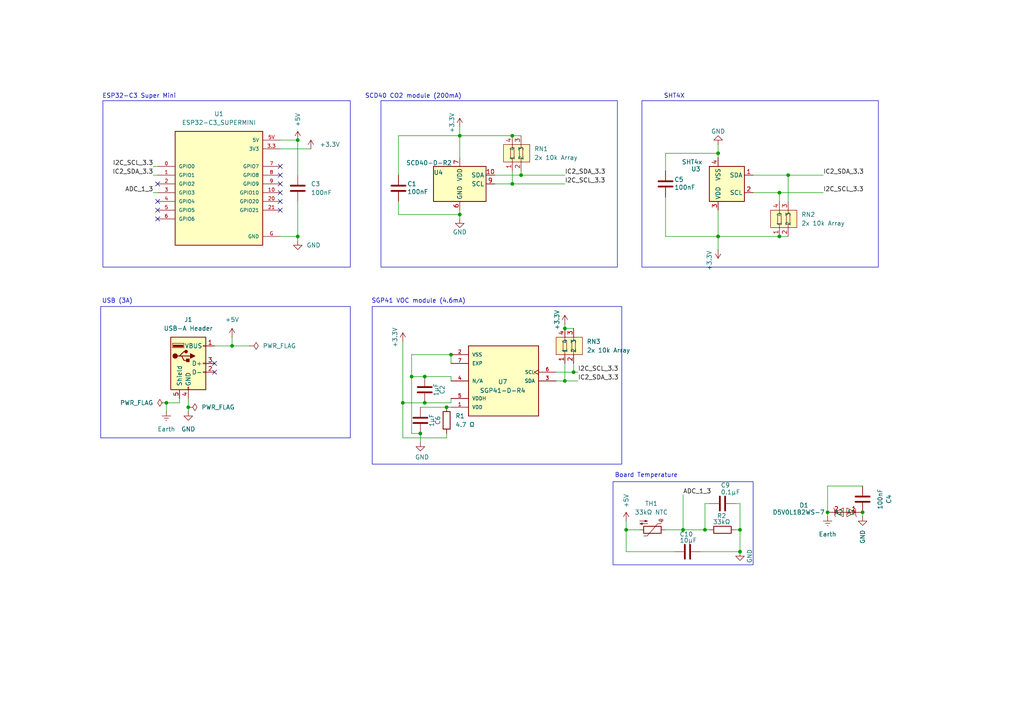
<source format=kicad_sch>
(kicad_sch (version 20250114) (generator "eeschema") (generator_version "9.0")
  (paper "A4")
  (title_block (rev "2"))
  (lib_symbols
    (symbol "CustomSymbols:ESP32-C3_SUPERMINI" (pin_names (offset 1.016))
      (property "Reference" "U" (at -12.7 16.002 0))
      (property "Value" "ESP32-C3_SUPERMINI" (at -12.7 -20.32 0))
      (symbol "ESP32-C3_SUPERMINI_0_0"
        (rectangle (start -12.7 -17.78) (end 12.7 15.24) (stroke (width 0.254)) (fill (type background)))
        (pin bidirectional line (at -17.78 5.08 0) (length 5.08) (name "GPIO0") (number "0"))
        (pin bidirectional line (at -17.78 2.54 0) (length 5.08) (name "GPIO1") (number "1"))
        (pin bidirectional line (at -17.78 0 0) (length 5.08) (name "GPIO2") (number "2"))
        (pin bidirectional line (at -17.78 -2.54 0) (length 5.08) (name "GPIO3") (number "3"))
        (pin bidirectional line (at -17.78 -5.08 0) (length 5.08) (name "GPIO4") (number "4"))
        (pin bidirectional line (at -17.78 -7.62 0) (length 5.08) (name "GPIO5") (number "5"))
        (pin bidirectional line (at -17.78 -10.16 0) (length 5.08) (name "GPIO6") (number "6"))
        (pin power_in line (at 17.78 12.7 180) (length 5.08) (name "5V") (number "5V"))
        (pin bidirectional line (at 17.78 5.08 180) (length 5.08) (name "GPIO7") (number "7"))
        (pin bidirectional line (at 17.78 2.54 180) (length 5.08) (name "GPIO8") (number "8"))
        (pin bidirectional line (at 17.78 0 180) (length 5.08) (name "GPIO9") (number "9"))
        (pin bidirectional line (at 17.78 -2.54 180) (length 5.08) (name "GPIO10") (number "10"))
        (pin bidirectional line (at 17.78 -5.08 180) (length 5.08) (name "GPIO20") (number "20"))
        (pin bidirectional line (at 17.78 -7.62 180) (length 5.08) (name "GPIO21") (number "21"))
        (pin power_in line (at 17.78 -15.24 180) (length 5.08) (name "GND") (number "G"))
      )
      (symbol "ESP32-C3_SUPERMINI_1_0"
        (pin power_out line (at 17.78 10.16 180) (length 5.08) (name "3V3") (number "3.3"))
      )
    )
    (symbol "CustomSymbols:USB_A" (pin_names (offset 1.016))
      (property "Reference" "J" (at -5.08 11.43 0))
      (property "Value" "U217-04XN-XXR84" (at -5.08 8.89 0))
      (symbol "USB_A_0_1"
        (rectangle (start -5.08 7.62) (end 5.08 -7.62) (stroke (width 0.254)) (fill (type background)))
        (circle (center -3.81 2.159) (radius 0.635) (stroke (width 0.254)) (fill (type outline)))
        (polyline (pts (xy -3.175 2.159) (xy -2.54 2.159) (xy -1.27 3.429) (xy -0.635 3.429)) (stroke (width 0.254)))
        (polyline (pts (xy -2.54 2.159) (xy -1.905 2.159) (xy -1.27 0.889) (xy 0 0.889)) (stroke (width 0.254)))
        (rectangle (start -1.524 4.826) (end -4.318 5.334) (fill (type outline)))
        (rectangle (start -1.27 4.572) (end -4.572 5.842))
        (circle (center -0.635 3.429) (radius 0.381) (stroke (width 0.254)) (fill (type outline)))
        (rectangle (start -0.127 -7.62) (end 0.127 -6.858))
        (rectangle (start 0.254 1.27) (end -0.508 0.508) (stroke (width 0.254)) (fill (type outline)))
        (polyline (pts (xy 0.635 2.794) (xy 0.635 1.524) (xy 1.905 2.159) (xy 0.635 2.794)) (stroke (width 0.254)) (fill (type outline)))
        (rectangle (start 5.08 4.953) (end 4.318 5.207))
        (rectangle (start 5.08 -0.127) (end 4.318 0.127))
        (rectangle (start 5.08 -2.667) (end 4.318 -2.413))
      )
      (symbol "USB_A_1_1"
        (polyline (pts (xy -1.905 2.159) (xy 0.635 2.159)) (stroke (width 0.254)))
        (pin passive line (at -2.54 -10.16 90) (length 2.54) (name "Shield") (number "5"))
        (pin passive line (at -2.54 -10.16 90) (length 2.54) (hide yes) (name "Shield") (number "6"))
        (pin power_in line (at 0 -10.16 90) (length 2.54) (name "GND") (number "4"))
        (pin power_in line (at 7.62 5.08 180) (length 2.54) (name "VBUS") (number "1"))
        (pin bidirectional line (at 7.62 0 180) (length 2.54) (name "D+") (number "3"))
        (pin bidirectional line (at 7.62 -2.54 180) (length 2.54) (name "D-") (number "2"))
      )
    )
    (symbol "Device:C" (pin_numbers (hide yes)) (pin_names (offset 0.254))
      (property "Reference" "C" (at 0.635 2.54 0))
      (property "Value" "C" (at 0.635 -2.54 0))
      (symbol "C_0_1"
        (polyline (pts (xy -2.032 0.762) (xy 2.032 0.762)) (stroke (width 0.508)))
        (polyline (pts (xy -2.032 -0.762) (xy 2.032 -0.762)) (stroke (width 0.508)))
      )
      (symbol "C_1_1"
        (pin passive line (at 0 3.81 270) (length 2.794) (name "~") (number "1"))
        (pin passive line (at 0 -3.81 90) (length 2.794) (name "~") (number "2"))
      )
    )
    (symbol "Device:R" (pin_numbers (hide yes)) (pin_names (offset 0))
      (property "Reference" "R" (at 2.032 0 90))
      (property "Value" "R" (at 0 0 90))
      (symbol "R_0_1"
        (rectangle (start -1.016 -2.54) (end 1.016 2.54) (stroke (width 0.254)))
      )
      (symbol "R_1_1"
        (pin passive line (at 0 3.81 270) (length 1.27) (name "~") (number "1"))
        (pin passive line (at 0 -3.81 90) (length 1.27) (name "~") (number "2"))
      )
    )
    (symbol "Device:Thermistor_NTC" (pin_numbers (hide yes)) (pin_names (offset 0))
      (property "Reference" "TH" (at -4.445 0 90))
      (property "Value" "Thermistor_NTC" (at 3.175 0 90))
      (symbol "Thermistor_NTC_0_1"
        (arc (start -3.175 2.413) (mid -3.0506 2.3165) (end -3.048 2.159))
        (arc (start -3.048 2.794) (mid -2.9736 2.9736) (end -2.794 3.048))
        (arc (start -2.794 3.048) (mid -2.6144 2.9736) (end -2.54 2.794))
        (arc (start -2.794 2.54) (mid -2.9736 2.6144) (end -3.048 2.794))
        (arc (start -2.794 1.905) (mid -2.9736 1.9794) (end -3.048 2.159))
        (arc (start -2.54 2.159) (mid -2.6144 1.9794) (end -2.794 1.905))
        (arc (start -2.159 2.794) (mid -2.434 2.5608) (end -2.794 2.54))
        (polyline (pts (xy -2.54 2.159) (xy -2.54 2.794)))
        (polyline (pts (xy -2.54 -3.683) (xy -2.54 -1.397) (xy -2.794 -2.159) (xy -2.286 -2.159) (xy -2.54 -1.397) (xy -2.54 -1.651)) (fill (type outline)))
        (polyline (pts (xy -1.778 2.54) (xy -1.778 1.524) (xy 1.778 -1.524) (xy 1.778 -2.54)))
        (polyline (pts (xy -1.778 -1.397) (xy -1.778 -3.683) (xy -2.032 -2.921) (xy -1.524 -2.921) (xy -1.778 -3.683) (xy -1.778 -3.429)) (fill (type outline)))
        (rectangle (start -1.016 2.54) (end 1.016 -2.54) (stroke (width 0.254)))
      )
      (symbol "Thermistor_NTC_1_1"
        (pin passive line (at 0 3.81 270) (length 1.27) (name "~") (number "1"))
        (pin passive line (at 0 -3.81 90) (length 1.27) (name "~") (number "2"))
      )
    )
    (symbol "SGP41:SGP41-D-R4" (pin_names (offset 1.016))
      (property "Reference" "U" (at -10.16 10.922 0))
      (property "Value" "SGP41-D-R4" (at -10.16 -10.922 0))
      (symbol "SGP41-D-R4_0_0"
        (rectangle (start -10.16 -10.16) (end 10.16 10.16) (stroke (width 0.254)) (fill (type background)))
        (pin bidirectional line (at -15.24 0 0) (length 5.08) (name "SDA") (number "3"))
        (pin bidirectional clock (at -15.24 -2.54 0) (length 5.08) (name "SCL") (number "6"))
        (pin power_in line (at 15.24 7.62 180) (length 5.08) (name "VDD") (number "1"))
        (pin power_in line (at 15.24 5.08 180) (length 5.08) (name "VDDH") (number "5"))
        (pin passive line (at 15.24 0 180) (length 5.08) (name "N/A") (number "4"))
        (pin power_in line (at 15.24 -5.08 180) (length 5.08) (name "EXP") (number "7"))
        (pin power_in line (at 15.24 -7.62 180) (length 5.08) (name "VSS") (number "2"))
      )
    )
    (symbol "Sensor_Gas:SCD40-D-R2"
      (property "Reference" "U" (at -7.62 6.35 0))
      (property "Value" "SCD40-D-R2" (at 6.985 6.35 0))
      (symbol "SCD40-D-R2_0_1"
        (rectangle (start 7.62 5.08) (end -7.62 -5.08) (stroke (width 0.254)) (fill (type background)))
      )
      (symbol "SCD40-D-R2_1_1"
        (pin passive line (at 0 7.62 270) (length 2.54) (hide yes) (name "VDD") (number "19"))
        (pin power_in line (at 0 7.62 270) (length 2.54) (name "VDD") (number "7"))
        (pin passive line (at 0 -7.62 90) (length 2.54) (hide yes) (name "GND") (number "20"))
        (pin passive line (at 0 -7.62 90) (length 2.54) (hide yes) (name "GND") (number "21"))
        (pin power_in line (at 0 -7.62 90) (length 2.54) (name "GND") (number "6"))
        (pin bidirectional line (at 10.16 2.54 180) (length 2.54) (name "SDA") (number "10"))
        (pin input line (at 10.16 0 180) (length 2.54) (name "SCL") (number "9"))
      )
    )
    (symbol "Sensor_Humidity:SHT4x"
      (property "Reference" "U" (at 0 8.89 0))
      (property "Value" "SHT4x" (at 0 6.35 0))
      (symbol "SHT4x_1_1"
        (rectangle (start -5.08 5.08) (end 5.08 -5.08) (stroke (width 0.254)) (fill (type background)))
        (pin input line (at -7.62 2.54 0) (length 2.54) (name "SCL") (number "2"))
        (pin bidirectional line (at -7.62 -2.54 0) (length 2.54) (name "SDA") (number "1"))
        (pin power_in line (at 2.54 7.62 270) (length 2.54) (name "VDD") (number "3"))
        (pin power_in line (at 2.54 -7.62 90) (length 2.54) (name "VSS") (number "4"))
      )
    )
    (symbol "easyeda2kicad:2D02WGJ0103TCE"
      (property "Reference" "RN" (at 0 6.35 0))
      (property "Value" "2D02WGJ0103TCE" (at 0 -6.35 0))
      (symbol "2D02WGJ0103TCE_0_1"
        (rectangle (start -2.54 3.81) (end 2.54 -3.81) (fill (type background)))
        (polyline (pts (xy -2.54 -1.27) (xy -1.52 -1.27)))
        (rectangle (start -1.52 1.78) (end 1.52 0.76) (fill (type background)))
        (polyline (pts (xy -1.52 1.27) (xy -2.54 1.27)))
        (rectangle (start -1.52 -0.76) (end 1.52 -1.78) (fill (type background)))
        (polyline (pts (xy 1.52 1.27) (xy 2.54 1.27)))
        (polyline (pts (xy 1.52 -1.27) (xy 2.54 -1.27)))
        (pin unspecified line (at -5.08 1.27 0) (length 2.54) (name "1") (number "1"))
        (pin unspecified line (at -5.08 -1.27 0) (length 2.54) (name "2") (number "2"))
        (pin unspecified line (at 5.08 1.27 180) (length 2.54) (name "4") (number "4"))
        (pin unspecified line (at 5.08 -1.27 180) (length 2.54) (name "3") (number "3"))
      )
    )
    (symbol "easyeda2kicad:D5V0L1B2WS-7"
      (property "Reference" "D" (at 0 5.08 0))
      (property "Value" "D5V0L1B2WS-7" (at 0 -5.08 0))
      (symbol "D5V0L1B2WS-7_0_1"
        (polyline (pts (xy -3.3 1.27) (xy -3.05 0.76) (xy -3.05 0)))
        (polyline (pts (xy -3.05 0) (xy -3.05 -0.76) (xy -2.79 -1.27)))
        (polyline (pts (xy -0.51 -1.27) (xy -3.05 0) (xy -0.51 1.27) (xy -0.51 -1.27)) (fill (type background)))
        (polyline (pts (xy 0.51 -1.27) (xy 3.05 0) (xy 0.51 1.27) (xy 0.51 -1.27)) (fill (type background)))
        (polyline (pts (xy 2.79 1.27) (xy 3.05 0.76) (xy 3.05 0)))
        (polyline (pts (xy 3.05 0) (xy 3.05 -0.76) (xy 3.3 -1.27)))
        (pin unspecified line (at -5.08 0 0) (length 5.08) (name "A1") (number "2"))
        (pin unspecified line (at 5.08 0 180) (length 5.08) (name "A2") (number "1"))
      )
    )
    (symbol "power:+3.3V" (power) (pin_numbers (hide yes)) (pin_names (offset 0) (hide yes))
      (property "Value" "+3.3V" (at 0 3.556 0))
      (symbol "+3.3V_0_1"
        (polyline (pts (xy -0.762 1.27) (xy 0 2.54)))
        (polyline (pts (xy 0 2.54) (xy 0.762 1.27)))
        (polyline (pts (xy 0 0) (xy 0 2.54)))
      )
      (symbol "+3.3V_1_1"
        (pin power_in line (at 0 0 90) (length 0) (name "~") (number "1"))
      )
    )
    (symbol "power:+5V" (power) (pin_numbers (hide yes)) (pin_names (offset 0) (hide yes))
      (property "Value" "+5V" (at 0 3.556 0))
      (symbol "+5V_0_1"
        (polyline (pts (xy -0.762 1.27) (xy 0 2.54)))
        (polyline (pts (xy 0 2.54) (xy 0.762 1.27)))
        (polyline (pts (xy 0 0) (xy 0 2.54)))
      )
      (symbol "+5V_1_1"
        (pin power_in line (at 0 0 90) (length 0) (name "~") (number "1"))
      )
    )
    (symbol "power:Earth" (power) (pin_numbers (hide yes)) (pin_names (offset 0) (hide yes))
      (property "Value" "Earth" (at 0 -3.81 0))
      (symbol "Earth_0_1"
        (polyline (pts (xy -0.635 -1.905) (xy 0.635 -1.905)))
        (polyline (pts (xy -0.127 -2.54) (xy 0.127 -2.54)))
        (polyline (pts (xy 0 -1.27) (xy 0 0)))
        (polyline (pts (xy 1.27 -1.27) (xy -1.27 -1.27)))
      )
      (symbol "Earth_1_1"
        (pin power_in line (at 0 0 270) (length 0) (name "~") (number "1"))
      )
    )
    (symbol "power:GND" (power) (pin_numbers (hide yes)) (pin_names (offset 0) (hide yes))
      (property "Value" "GND" (at 0 -3.81 0))
      (symbol "GND_0_1"
        (polyline (pts (xy 0 0) (xy 0 -1.27) (xy 1.27 -1.27) (xy 0 -2.54) (xy -1.27 -1.27) (xy 0 -1.27)))
      )
      (symbol "GND_1_1"
        (pin power_in line (at 0 0 270) (length 0) (name "~") (number "1"))
      )
    )
    (symbol "power:PWR_FLAG" (power) (pin_numbers (hide yes)) (pin_names (offset 0) (hide yes))
      (property "Value" "PWR_FLAG" (at 0 3.81 0))
      (symbol "PWR_FLAG_0_0"
        (pin power_out line (at 0 0 90) (length 0) (name "~") (number "1"))
      )
      (symbol "PWR_FLAG_0_1"
        (polyline (pts (xy 0 0) (xy 0 1.27) (xy -1.016 1.905) (xy 0 2.54) (xy 1.016 1.905) (xy 0 1.27)))
      )
    )
  )
  (rectangle (start 177.8 139.7) (end 218.44 163.83))
  (rectangle (start 186.182 29.21) (end 254.762 77.47))
  (rectangle (start 110.49 29.21) (end 179.07 77.47))
  (rectangle (start 29.21 88.9) (end 101.6 127))
  (rectangle (start 29.845 29.21) (end 101.6 77.47))
  (rectangle (start 107.95 88.9) (end 180.34 134.62))
  (text "SCD40 CO2 module (200mA)" (at 119.888 27.94 0) (effects (font (size 1.27 1.27))))
  (text "SGP41 VOC module (4.6mA)" (at 121.412 87.376 0) (effects (font (size 1.27 1.27))))
  (text "Board Temperature" (at 187.452 137.922 0) (effects (font (size 1.27 1.27))))
  (text "ESP32-C3 Super Mini" (at 40.386 27.94 0) (effects (font (size 1.27 1.27))))
  (text "SHT4X" (at 195.58 27.94 0) (effects (font (size 1.27 1.27))))
  (text "USB (3A)" (at 34.036 87.376 0) (effects (font (size 1.27 1.27))))
  (junction (at 228.6 50.8))
  (junction (at 86.36 40.64))
  (junction (at 250.19 148.59))
  (junction (at 86.36 68.58))
  (junction (at 133.35 62.23))
  (junction (at 119.38 109.22))
  (junction (at 116.84 116.84))
  (junction (at 123.19 109.22))
  (junction (at 240.03 148.59))
  (junction (at 129.54 118.11))
  (junction (at 67.31 100.33))
  (junction (at 54.61 118.11))
  (junction (at 123.19 116.84))
  (junction (at 181.61 153.67))
  (junction (at 148.59 39.37))
  (junction (at 130.81 102.87))
  (junction (at 214.63 153.67))
  (junction (at 226.06 68.58))
  (junction (at 208.28 68.58))
  (junction (at 226.06 55.88))
  (junction (at 208.28 44.45))
  (junction (at 198.12 153.67))
  (junction (at 121.92 125.73))
  (junction (at 204.47 153.67))
  (junction (at 166.37 107.95))
  (junction (at 148.59 53.34))
  (junction (at 163.83 95.25))
  (junction (at 133.35 39.37))
  (junction (at 163.83 110.49))
  (junction (at 48.26 116.84))
  (junction (at 151.13 50.8))
  (junction (at 214.63 160.02))
  (no_connect (at 81.28 53.34))
  (no_connect (at 45.72 63.5))
  (no_connect (at 81.28 60.96))
  (no_connect (at 45.72 58.42))
  (no_connect (at 62.23 105.41))
  (no_connect (at 62.23 107.95))
  (no_connect (at 81.28 58.42))
  (no_connect (at 81.28 50.8))
  (no_connect (at 81.28 55.88))
  (no_connect (at 45.72 60.96))
  (no_connect (at 45.72 53.34))
  (no_connect (at 81.28 48.26))
  (wire (pts (xy 133.35 39.37) (xy 133.35 45.72)))
  (wire (pts (xy 198.12 153.67) (xy 204.47 153.67)))
  (wire (pts (xy 163.83 110.49) (xy 167.64 110.49)))
  (wire (pts (xy 193.04 49.53) (xy 193.04 44.45)))
  (wire (pts (xy 161.29 107.95) (xy 166.37 107.95)))
  (wire (pts (xy 204.47 153.67) (xy 205.74 153.67)))
  (wire (pts (xy 44.45 50.8) (xy 45.72 50.8)))
  (wire (pts (xy 151.13 39.37) (xy 148.59 39.37)))
  (wire (pts (xy 193.04 153.67) (xy 198.12 153.67)))
  (wire (pts (xy 129.54 118.11) (xy 130.81 118.11)))
  (wire (pts (xy 81.28 68.58) (xy 86.36 68.58)))
  (wire (pts (xy 204.47 146.05) (xy 204.47 153.67)))
  (wire (pts (xy 214.63 153.67) (xy 214.63 160.02)))
  (wire (pts (xy 48.26 116.84) (xy 52.07 116.84)))
  (wire (pts (xy 228.6 50.8) (xy 238.76 50.8)))
  (wire (pts (xy 151.13 50.8) (xy 163.83 50.8)))
  (wire (pts (xy 143.51 50.8) (xy 151.13 50.8)))
  (wire (pts (xy 130.81 109.22) (xy 130.81 110.49)))
  (wire (pts (xy 193.04 57.15) (xy 193.04 68.58)))
  (wire (pts (xy 45.72 55.88) (xy 44.45 55.88)))
  (wire (pts (xy 130.81 102.87) (xy 119.38 102.87)))
  (wire (pts (xy 163.83 105.41) (xy 163.83 110.49)))
  (wire (pts (xy 86.36 58.42) (xy 86.36 68.58)))
  (wire (pts (xy 123.19 116.84) (xy 130.81 116.84)))
  (wire (pts (xy 161.29 110.49) (xy 163.83 110.49)))
  (wire (pts (xy 240.03 148.59) (xy 240.03 149.86)))
  (wire (pts (xy 240.03 140.97) (xy 240.03 148.59)))
  (wire (pts (xy 119.38 125.73) (xy 121.92 125.73)))
  (wire (pts (xy 54.61 115.57) (xy 54.61 118.11)))
  (wire (pts (xy 72.39 100.33) (xy 67.31 100.33)))
  (wire (pts (xy 123.19 109.22) (xy 130.81 109.22)))
  (wire (pts (xy 226.06 68.58) (xy 228.6 68.58)))
  (wire (pts (xy 52.07 115.57) (xy 52.07 116.84)))
  (wire (pts (xy 228.6 50.8) (xy 228.6 58.42)))
  (wire (pts (xy 198.12 143.51) (xy 198.12 153.67)))
  (wire (pts (xy 67.31 97.79) (xy 67.31 100.33)))
  (wire (pts (xy 163.83 93.98) (xy 163.83 95.25)))
  (wire (pts (xy 115.57 58.42) (xy 115.57 62.23)))
  (wire (pts (xy 133.35 36.83) (xy 133.35 39.37)))
  (wire (pts (xy 195.58 160.02) (xy 181.61 160.02)))
  (wire (pts (xy 218.44 55.88) (xy 226.06 55.88)))
  (wire (pts (xy 208.28 45.72) (xy 208.28 44.45)))
  (wire (pts (xy 115.57 39.37) (xy 133.35 39.37)))
  (wire (pts (xy 130.81 116.84) (xy 130.81 115.57)))
  (wire (pts (xy 193.04 68.58) (xy 208.28 68.58)))
  (wire (pts (xy 116.84 116.84) (xy 123.19 116.84)))
  (wire (pts (xy 208.28 60.96) (xy 208.28 68.58)))
  (wire (pts (xy 208.28 68.58) (xy 226.06 68.58)))
  (wire (pts (xy 226.06 55.88) (xy 226.06 58.42)))
  (wire (pts (xy 214.63 146.05) (xy 214.63 153.67)))
  (wire (pts (xy 226.06 55.88) (xy 238.76 55.88)))
  (wire (pts (xy 86.36 50.8) (xy 86.36 40.64)))
  (wire (pts (xy 116.84 99.06) (xy 116.84 116.84)))
  (wire (pts (xy 44.45 48.26) (xy 45.72 48.26)))
  (wire (pts (xy 166.37 105.41) (xy 166.37 107.95)))
  (wire (pts (xy 54.61 118.11) (xy 54.61 119.38)))
  (wire (pts (xy 121.92 118.11) (xy 129.54 118.11)))
  (wire (pts (xy 166.37 107.95) (xy 167.64 107.95)))
  (wire (pts (xy 143.51 53.34) (xy 148.59 53.34)))
  (wire (pts (xy 116.84 127) (xy 116.84 116.84)))
  (wire (pts (xy 133.35 62.23) (xy 133.35 63.5)))
  (wire (pts (xy 115.57 39.37) (xy 115.57 50.8)))
  (wire (pts (xy 119.38 109.22) (xy 119.38 125.73)))
  (wire (pts (xy 133.35 39.37) (xy 148.59 39.37)))
  (wire (pts (xy 214.63 153.67) (xy 213.36 153.67)))
  (wire (pts (xy 121.92 128.27) (xy 121.92 125.73)))
  (wire (pts (xy 129.54 125.73) (xy 129.54 127)))
  (wire (pts (xy 213.36 146.05) (xy 214.63 146.05)))
  (wire (pts (xy 151.13 49.53) (xy 151.13 50.8)))
  (wire (pts (xy 130.81 102.87) (xy 130.81 105.41)))
  (wire (pts (xy 181.61 153.67) (xy 185.42 153.67)))
  (wire (pts (xy 148.59 49.53) (xy 148.59 53.34)))
  (wire (pts (xy 208.28 68.58) (xy 208.28 72.39)))
  (wire (pts (xy 208.28 44.45) (xy 208.28 41.91)))
  (wire (pts (xy 90.17 43.18) (xy 81.28 43.18)))
  (wire (pts (xy 203.2 160.02) (xy 214.63 160.02)))
  (wire (pts (xy 86.36 68.58) (xy 86.36 69.85)))
  (wire (pts (xy 205.74 146.05) (xy 204.47 146.05)))
  (wire (pts (xy 163.83 95.25) (xy 166.37 95.25)))
  (wire (pts (xy 48.26 119.38) (xy 48.26 116.84)))
  (wire (pts (xy 240.03 140.97) (xy 250.19 140.97)))
  (wire (pts (xy 119.38 102.87) (xy 119.38 109.22)))
  (wire (pts (xy 250.19 148.59) (xy 250.19 149.86)))
  (wire (pts (xy 115.57 62.23) (xy 133.35 62.23)))
  (wire (pts (xy 133.35 60.96) (xy 133.35 62.23)))
  (wire (pts (xy 62.23 100.33) (xy 67.31 100.33)))
  (wire (pts (xy 181.61 160.02) (xy 181.61 153.67)))
  (wire (pts (xy 181.61 151.13) (xy 181.61 153.67)))
  (wire (pts (xy 129.54 127) (xy 116.84 127)))
  (wire (pts (xy 119.38 109.22) (xy 123.19 109.22)))
  (wire (pts (xy 218.44 50.8) (xy 228.6 50.8)))
  (wire (pts (xy 193.04 44.45) (xy 208.28 44.45)))
  (wire (pts (xy 148.59 53.34) (xy 163.83 53.34)))
  (wire (pts (xy 81.28 40.64) (xy 86.36 40.64)))
  (label "ADC_1_3" (at 44.45 55.88 180))
  (label "I2C_SCL_3.3" (at 167.64 107.95 0))
  (label "IC2_SDA_3.3" (at 167.64 110.49 0))
  (label "I2C_SCL_3.3" (at 238.76 55.88 0))
  (label "IC2_SDA_3.3" (at 238.76 50.8 0))
  (label "I2C_SCL_3.3" (at 163.83 53.34 0))
  (label "ADC_1_3" (at 198.12 143.51 0))
  (label "IC2_SDA_3.3" (at 44.45 50.8 180))
  (label "IC2_SDA_3.3" (at 163.83 50.8 0))
  (label "I2C_SCL_3.3" (at 44.45 48.26 180))
  (symbol (lib_id "power:+5V") (at 86.36 40.64 0) (unit 1)
    (property "Reference" "#PWR1" (effects (hide yes)))
    (property "Value" "+5V" (at 86.3599 36.83 90) (effects (justify left)))
    (property "Description" "Power symbol creates a global label with name \"+5V\"" (effects (hide yes)))
  )
  (symbol (lib_id "Device:C") (at 199.39 160.02 90) (unit 1)
    (property "Reference" "C10" (at 197.104 154.94 90) (effects (justify right)))
    (property "Value" "10µF" (at 197.104 156.718 90) (effects (justify right)))
    (property "Footprint" "Capacitor_SMD:C_0603_1608Metric" (effects (hide yes)))
    (property "Description" "Unpolarized capacitor" (effects (hide yes)))
    (property "LCSC" "C458914" (effects (hide yes)))
  )
  (symbol (lib_id "power:+3.3V") (at 208.28 72.39 180) (unit 1)
    (property "Reference" "#PWR010" (effects (hide yes)))
    (property "Value" "+3.3V" (at 205.74 72.644 90) (effects (justify left)))
    (property "Description" "Power symbol creates a global label with name \"+3.3V\"" (effects (hide yes)))
  )
  (symbol (lib_id "easyeda2kicad:D5V0L1B2WS-7") (at 245.11 148.59 0) (unit 1)
    (property "Reference" "D1" (at 233.172 146.558 0))
    (property "Value" "D5V0L1B2WS-7" (at 231.648 148.59 0))
    (property "Footprint" "easyeda2kicad:SOD-323_L1.8-W1.3-LS2.5-BI" (effects (hide yes)))
    (property "Datasheet" "https://lcsc.com/product-detail/Others_Diodes-Incorporated_D5V0L1B2WS-7_Diodes-Incorporated-D5V0L1B2WS-7_C182013.html" (effects (hide yes)))
    (property "LCSC Part" "C182013" (effects (hide yes)))
    (property "LCSC" "C182013" (effects (hide yes)))
  )
  (symbol (lib_id "power:+3.3V") (at 163.83 93.98 0) (unit 1)
    (property "Reference" "#PWR017" (effects (hide yes)))
    (property "Value" "+3.3V" (at 161.544 95.758 90) (effects (justify left)))
    (property "Description" "Power symbol creates a global label with name \"+3.3V\"" (effects (hide yes)))
  )
  (symbol (lib_id "Device:C") (at 115.57 54.61 180) (unit 1)
    (property "Reference" "C1" (at 118.11 53.34 0) (effects (justify right)))
    (property "Value" "100nF" (at 118.11 55.626 0) (effects (justify right)))
    (property "Footprint" "Capacitor_SMD:C_0603_1608Metric" (effects (hide yes)))
    (property "Description" "Unpolarized capacitor" (effects (hide yes)))
    (property "LCSC" "C1591" (effects (hide yes)))
  )
  (symbol (lib_id "power:+3.3V") (at 90.17 43.18 0) (unit 1)
    (property "Reference" "#PWR7" (effects (hide yes)))
    (property "Value" "+3.3V" (at 92.71 41.9099 0) (effects (justify left)))
    (property "Description" "Power symbol creates a global label with name \"+3.3V\"" (effects (hide yes)))
  )
  (symbol (lib_id "CustomSymbols:USB_A") (at 54.61 105.41 0) (unit 1)
    (property "Reference" "J1" (at 54.61 92.71 0))
    (property "Value" "USB-A Header" (at 54.61 95.25 0))
    (property "Footprint" "CustomLibrary:USB-A-SMD_U217-041N-4BV81" (effects (hide yes)))
    (property "Datasheet" "https://lcsc.com/product-detail/USB-Connectors_XKB-Enterprise-U217-04XN-XXR84_C319178.html" (effects (hide yes)))
    (property "Description" "USB Type A connector" (effects (hide yes)))
    (property "LCSC Part" "C319178" (effects (hide yes)))
    (property "LCSC" "C319178" (effects (hide yes)))
  )
  (symbol (lib_id "easyeda2kicad:2D02WGJ0103TCE") (at 165.1 100.33 90) (unit 1)
    (property "Reference" "RN3" (at 170.18 99.0599 90) (effects (justify right)))
    (property "Value" "2x 10k Array" (at 170.18 101.5999 90) (effects (justify right)))
    (property "Footprint" "easyeda2kicad:RES-ARRAY-SMD_0402-4P-L1.0-W1.0-BL" (effects (hide yes)))
    (property "Datasheet" "https://www.royalohm.com/assets/pdf/products/smd/22.pdf" (effects (hide yes)))
    (property "LCSC Part" "C2765527" (effects (hide yes)))
    (property "LCSC" "C2765527" (effects (hide yes)))
  )
  (symbol (lib_id "Device:R") (at 129.54 121.92 0) (unit 1)
    (property "Reference" "R1" (at 132.08 120.6499 0) (effects (justify left)))
    (property "Value" "4.7 Ω" (at 132.08 123.1899 0) (effects (justify left)))
    (property "Footprint" "Resistor_SMD:R_0603_1608Metric" (effects (hide yes)))
    (property "Description" "Resistor" (effects (hide yes)))
  )
  (symbol (lib_id "easyeda2kicad:2D02WGJ0103TCE") (at 227.33 63.5 90) (unit 1)
    (property "Reference" "RN2" (at 232.41 62.2299 90) (effects (justify right)))
    (property "Value" "2x 10k Array" (at 232.41 64.7699 90) (effects (justify right)))
    (property "Footprint" "easyeda2kicad:RES-ARRAY-SMD_0402-4P-L1.0-W1.0-BL" (effects (hide yes)))
    (property "Datasheet" "https://www.royalohm.com/assets/pdf/products/smd/22.pdf" (effects (hide yes)))
    (property "LCSC Part" "C2765527" (effects (hide yes)))
    (property "LCSC" "C2765527" (effects (hide yes)))
  )
  (symbol (lib_id "Device:Thermistor_NTC") (at 189.23 153.67 270) (unit 1)
    (property "Reference" "TH1" (at 188.9125 146.05 90))
    (property "Value" "33kΩ NTC" (at 188.9125 148.59 90))
    (property "Footprint" "Resistor_SMD:R_0603_1608Metric" (effects (hide yes)))
    (property "Description" "Temperature dependent resistor, negative temperature coefficient" (effects (hide yes)))
  )
  (symbol (lib_id "Device:C") (at 123.19 113.03 0) (unit 1)
    (property "Reference" "C2" (at 128.27 113.03 90))
    (property "Value" "1μF" (at 126.492 113.03 90))
    (property "Footprint" "Capacitor_SMD:C_0603_1608Metric" (effects (hide yes)))
    (property "Description" "Unpolarized capacitor" (effects (hide yes)))
    (property "LCSC" "C1591" (effects (hide yes)))
  )
  (symbol (lib_id "Device:C") (at 250.19 144.78 0) (unit 1)
    (property "Reference" "C4" (at 257.81 144.78 90))
    (property "Value" "100nF" (at 255.27 144.78 90))
    (property "Footprint" "Capacitor_SMD:C_0603_1608Metric" (effects (hide yes)))
    (property "Description" "Unpolarized capacitor" (effects (hide yes)))
    (property "LCSC" "C1591" (effects (hide yes)))
  )
  (symbol (lib_id "power:GND") (at 54.61 119.38 0) (unit 1)
    (property "Reference" "#PWR015" (effects (hide yes)))
    (property "Value" "GND" (at 54.61 124.46 0))
    (property "Description" "Power symbol creates a global label with name \"GND\" , ground" (effects (hide yes)))
  )
  (symbol (lib_id "Device:C") (at 193.04 53.34 180) (unit 1)
    (property "Reference" "C5" (at 195.58 52.07 0) (effects (justify right)))
    (property "Value" "100nF" (at 195.58 54.356 0) (effects (justify right)))
    (property "Footprint" "Capacitor_SMD:C_0603_1608Metric" (effects (hide yes)))
    (property "Description" "Unpolarized capacitor" (effects (hide yes)))
    (property "LCSC" "C1591" (effects (hide yes)))
  )
  (symbol (lib_id "power:PWR_FLAG") (at 48.26 116.84 90) (unit 1)
    (property "Reference" "#FLG03" (effects (hide yes)))
    (property "Value" "PWR_FLAG" (at 44.45 116.8399 90) (effects (justify left)))
    (property "Description" "Special symbol for telling ERC where power comes from" (effects (hide yes)))
  )
  (symbol (lib_id "power:Earth") (at 240.03 149.86 0) (unit 1)
    (property "Reference" "#PWR05" (effects (hide yes)))
    (property "Value" "Earth" (at 240.03 154.94 0))
    (property "Description" "Power symbol creates a global label with name \"Earth\"" (effects (hide yes)))
  )
  (symbol (lib_id "CustomSymbols:ESP32-C3_SUPERMINI") (at 63.5 53.34 0) (unit 1)
    (property "Reference" "U1" (at 63.5 33.02 0))
    (property "Value" "ESP32-C3_SUPERMINI" (at 63.5 35.56 0))
    (property "Footprint" "CustomLibrary:ESP32-C3_SUPERMINI_SMD" (effects (hide yes)))
    (property "MF" "Espressif Systems" (effects (hide yes)))
    (property "MAXIMUM_PACKAGE_HEIGHT" "4.2mm" (effects (hide yes)))
    (property "Package" "Package" (effects (hide yes)))
    (property "Price" "None" (effects (hide yes)))
    (property "Check_prices" "https://www.snapeda.com/parts/ESP32-C3%20SuperMini_TH/Espressif+Systems/view-part/?ref=eda" (effects (hide yes)))
    (property "STANDARD" "Manufacturer Recommendations" (effects (hide yes)))
    (property "SnapEDA_Link" "https://www.snapeda.com/parts/ESP32-C3%20SuperMini_TH/Espressif+Systems/view-part/?ref=snap" (effects (hide yes)))
    (property "MP" "ESP32-C3 SuperMini_TH" (effects (hide yes)))
    (property "Description_1" "\nSuper tiny ESP32-C3 board\n" (effects (hide yes)))
    (property "Availability" "Not in stock" (effects (hide yes)))
    (property "MANUFACTURER" "Espressif" (effects (hide yes)))
  )
  (symbol (lib_id "power:GND") (at 208.28 41.91 180) (unit 1)
    (property "Reference" "#PWR011" (effects (hide yes)))
    (property "Value" "GND" (at 208.28 38.1 0))
    (property "Description" "Power symbol creates a global label with name \"GND\" , ground" (effects (hide yes)))
  )
  (symbol (lib_id "power:PWR_FLAG") (at 54.61 118.11 270) (unit 1)
    (property "Reference" "#FLG02" (effects (hide yes)))
    (property "Value" "PWR_FLAG" (at 58.42 118.1099 90) (effects (justify left)))
    (property "Description" "Special symbol for telling ERC where power comes from" (effects (hide yes)))
  )
  (symbol (lib_id "Device:C") (at 209.55 146.05 90) (unit 1)
    (property "Reference" "C9" (at 209.042 140.716 90) (effects (justify right)))
    (property "Value" "0.1µF" (at 209.042 142.748 90) (effects (justify right)))
    (property "Footprint" "Capacitor_SMD:C_0603_1608Metric" (effects (hide yes)))
    (property "Description" "Unpolarized capacitor" (effects (hide yes)))
    (property "LCSC" "C458914" (effects (hide yes)))
  )
  (symbol (lib_id "power:GND") (at 250.19 149.86 0) (unit 1)
    (property "Reference" "#PWR012" (effects (hide yes)))
    (property "Value" "GND" (at 250.1901 153.67 90) (effects (justify right)))
    (property "Description" "Power symbol creates a global label with name \"GND\" , ground" (effects (hide yes)))
  )
  (symbol (lib_id "power:PWR_FLAG") (at 72.39 100.33 270) (unit 1)
    (property "Reference" "#FLG01" (effects (hide yes)))
    (property "Value" "PWR_FLAG" (at 76.2 100.3299 90) (effects (justify left)))
    (property "Description" "Special symbol for telling ERC where power comes from" (effects (hide yes)))
  )
  (symbol (lib_id "power:GND") (at 86.36 69.85 0) (unit 1)
    (property "Reference" "#PWR2" (effects (hide yes)))
    (property "Value" "GND" (at 88.9 71.1199 0) (effects (justify left)))
    (property "Description" "Power symbol creates a global label with name \"GND\" , ground" (effects (hide yes)))
  )
  (symbol (lib_id "Device:C") (at 86.36 54.61 0) (unit 1)
    (property "Reference" "C3" (at 90.17 53.3399 0) (effects (justify left)))
    (property "Value" "100nF" (at 90.17 55.8799 0) (effects (justify left)))
    (property "Footprint" "Capacitor_SMD:C_0603_1608Metric" (effects (hide yes)))
    (property "Description" "Unpolarized capacitor" (effects (hide yes)))
    (property "LCSC" "C1591" (effects (hide yes)))
  )
  (symbol (lib_id "power:GND") (at 133.35 63.5 0) (unit 1)
    (property "Reference" "#PWR08" (effects (hide yes)))
    (property "Value" "GND" (at 133.35 67.31 0))
    (property "Description" "Power symbol creates a global label with name \"GND\" , ground" (effects (hide yes)))
  )
  (symbol (lib_id "power:+5V") (at 67.31 97.79 0) (unit 1)
    (property "Reference" "#PWR016" (effects (hide yes)))
    (property "Value" "+5V" (at 67.31 92.71 0))
    (property "Description" "Power symbol creates a global label with name \"+5V\"" (effects (hide yes)))
  )
  (symbol (lib_id "power:+3.3V") (at 116.84 99.06 0) (unit 1)
    (property "Reference" "#PWR013" (effects (hide yes)))
    (property "Value" "+3.3V" (at 114.554 100.838 90) (effects (justify left)))
    (property "Description" "Power symbol creates a global label with name \"+3.3V\"" (effects (hide yes)))
  )
  (symbol (lib_id "easyeda2kicad:2D02WGJ0103TCE") (at 149.86 44.45 90) (unit 1)
    (property "Reference" "RN1" (at 154.94 43.1799 90) (effects (justify right)))
    (property "Value" "2x 10k Array" (at 154.94 45.7199 90) (effects (justify right)))
    (property "Footprint" "easyeda2kicad:RES-ARRAY-SMD_0402-4P-L1.0-W1.0-BL" (effects (hide yes)))
    (property "LCSC Part" "C2765527" (effects (hide yes)))
    (property "LCSC" "C2765527" (effects (hide yes)))
  )
  (symbol (lib_id "power:GND") (at 214.63 160.02 0) (unit 1)
    (property "Reference" "#PWR026" (effects (hide yes)))
    (property "Value" "GND" (at 217.424 159.258 90) (effects (justify right)))
    (property "Description" "Power symbol creates a global label with name \"GND\" , ground" (effects (hide yes)))
  )
  (symbol (lib_id "power:Earth") (at 48.26 119.38 0) (unit 1)
    (property "Reference" "#PWR014" (effects (hide yes)))
    (property "Value" "Earth" (at 48.26 124.46 0))
    (property "Description" "Power symbol creates a global label with name \"Earth\"" (effects (hide yes)))
  )
  (symbol (lib_id "power:+5V") (at 181.61 151.13 0) (unit 1)
    (property "Reference" "#PWR027" (effects (hide yes)))
    (property "Value" "+5V" (at 181.6099 147.32 90) (effects (justify left)))
    (property "Description" "Power symbol creates a global label with name \"+5V\"" (effects (hide yes)))
  )
  (symbol (lib_id "SGP41:SGP41-D-R4") (at 146.05 110.49 180) (unit 1)
    (property "Reference" "U7" (at 145.796 110.744 0))
    (property "Value" "SGP41-D-R4" (at 145.796 113.284 0))
    (property "Footprint" "SGP41_D_R4:XDCR_SGP41-D-R4" (effects (hide yes)))
    (property "MF" "Sensirion" (effects (hide yes)))
    (property "MAXIMUM_PACKAGE_HEIGHT" "0.95 mm" (effects (hide yes)))
    (property "Package" "None" (effects (hide yes)))
    (property "Price" "None" (effects (hide yes)))
    (property "Check_prices" "https://www.snapeda.com/parts/SGP41-D-R4/Sensirion/view-part/?ref=eda" (effects (hide yes)))
    (property "STANDARD" "Manufacturer Recommendations" (effects (hide yes)))
    (property "PARTREV" "1.0" (effects (hide yes)))
    (property "SnapEDA_Link" "https://www.snapeda.com/parts/SGP41-D-R4/Sensirion/view-part/?ref=snap" (effects (hide yes)))
    (property "MP" "SGP41-D-R4" (effects (hide yes)))
    (property "Description_1" "Air Quality Sensor VOC and NOx Gas Sensor 3.3V 6-Pin DFN EP" (effects (hide yes)))
    (property "Availability" "In Stock" (effects (hide yes)))
    (property "MANUFACTURER" "Sensirion" (effects (hide yes)))
  )
  (symbol (lib_id "Sensor_Gas:SCD40-D-R2") (at 133.35 53.34 0) (unit 1)
    (property "Reference" "U4" (at 128.524 50.038 0) (effects (justify right)))
    (property "Value" "SCD40-D-R2" (at 131.064 47.244 0) (effects (justify right)))
    (property "Footprint" "Sensor:Sensirion_SCD4x-1EP_10.1x10.1mm_P1.25mm_EP4.8x4.8mm" (effects (hide yes)))
    (property "Datasheet" "https://sensirion.com/media/documents/E0F04247/631EF271/CD_DS_SCD40_SCD41_Datasheet_D1.pdf" (effects (hide yes)))
    (property "Description" "Photoacoustic CO2 sensor, 40 000 ppm, I2C, 2.4-5.5 V, Base accuracy  400 - 2000 ppm" (effects (hide yes)))
  )
  (symbol (lib_id "power:+3.3V") (at 133.35 36.83 0) (unit 1)
    (property "Reference" "#PWR09" (effects (hide yes)))
    (property "Value" "+3.3V" (at 131.064 38.608 90) (effects (justify left)))
    (property "Description" "Power symbol creates a global label with name \"+3.3V\"" (effects (hide yes)))
  )
  (symbol (lib_id "power:GND") (at 121.92 128.27 0) (unit 1)
    (property "Reference" "#PWR04" (effects (hide yes)))
    (property "Value" "GND" (at 124.46 132.588 0) (effects (justify right)))
    (property "Description" "Power symbol creates a global label with name \"GND\" , ground" (effects (hide yes)))
  )
  (symbol (lib_id "Sensor_Humidity:SHT4x") (at 210.82 53.34 180) (unit 1)
    (property "Reference" "U3" (at 203.2 49.022 0) (effects (justify left)))
    (property "Value" "SHT4x" (at 203.708 46.99 0) (effects (justify left)))
    (property "Footprint" "Sensor_Humidity:Sensirion_DFN-4_1.5x1.5mm_P0.8mm_SHT4x_NoCentralPad" (effects (hide yes)))
    (property "Datasheet" "https://sensirion.com/media/documents/33FD6951/67EB9032/HT_DS_Datasheet_SHT4x_5.pdf" (effects (hide yes)))
    (property "Description" "Digital Humidity and Temperature Sensor, ±1%RH, ±0.1°C, I2C, 1.08-3.6V, 16bit, DFN-4" (effects (hide yes)))
  )
  (symbol (lib_id "Device:C") (at 121.92 121.92 0) (unit 1)
    (property "Reference" "C6" (at 127 121.92 90))
    (property "Value" "1μF" (at 125.222 121.92 90))
    (property "Footprint" "Capacitor_SMD:C_0603_1608Metric" (effects (hide yes)))
    (property "Description" "Unpolarized capacitor" (effects (hide yes)))
    (property "LCSC" "C1591" (effects (hide yes)))
  )
  (symbol (lib_id "Device:R") (at 209.55 153.67 90) (unit 1)
    (property "Reference" "R2" (at 209.296 149.606 90))
    (property "Value" "33kΩ" (at 209.296 151.384 90))
    (property "Footprint" "Resistor_SMD:R_0603_1608Metric" (effects (hide yes)))
    (property "Description" "Resistor" (effects (hide yes)))
  )
)
</source>
